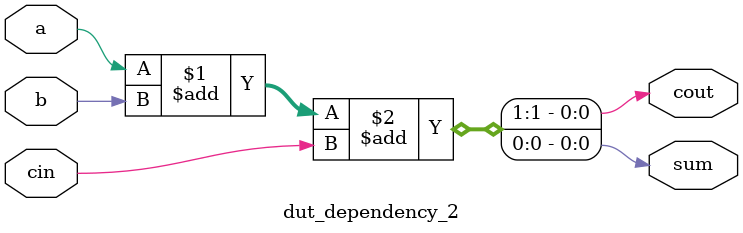
<source format=v>


module dut
(
  input [7:0] a,
  input [7:0] b,
  input cin,
  output [7:0] sum,
  output cout
);

  wire [8:0] c;

  dut_dependency_2
  FA0
  (
    .a(a[0]),
    .b(b[0]),
    .cin(cin),
    .sum(sum[0]),
    .cout(c[0])
  );


  dut_dependency_2
  FA1
  (
    .a(a[1]),
    .b(b[1]),
    .cin(c[0]),
    .sum(sum[1]),
    .cout(c[1])
  );


  dut_dependency_2
  FA2
  (
    .a(a[2]),
    .b(b[2]),
    .cin(c[1]),
    .sum(sum[2]),
    .cout(c[2])
  );


  dut_dependency_2
  FA3
  (
    .a(a[3]),
    .b(b[3]),
    .cin(c[2]),
    .sum(sum[3]),
    .cout(c[3])
  );


  dut_dependency_2
  FA4
  (
    .a(a[4]),
    .b(b[4]),
    .cin(c[3]),
    .sum(sum[4]),
    .cout(c[4])
  );


  dut_dependency_2
  FA5
  (
    .a(a[5]),
    .b(b[5]),
    .cin(c[4]),
    .sum(sum[5]),
    .cout(c[5])
  );


  dut_dependency_2
  FA6
  (
    .a(a[6]),
    .b(b[6]),
    .cin(c[5]),
    .sum(sum[6]),
    .cout(c[6])
  );


  dut_dependency_2
  FA7
  (
    .a(a[7]),
    .b(b[7]),
    .cin(c[6]),
    .sum(sum[7]),
    .cout(c[7])
  );

  assign cout = c[7];

endmodule



module dut_dependency_2
(
  input a,
  input b,
  input cin,
  output sum,
  output cout
);

  assign { cout, sum } = a + b + cin;

endmodule


</source>
